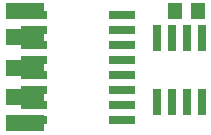
<source format=gbr>
%FSLAX34Y34*%
%MOMM*%
%LNSMDMASK_TOP*%
G71*
G01*
%ADD10R,0.700X2.200*%
%ADD11R,2.200X0.700*%
%ADD12R,1.300X1.400*%
%ADD13R,3.300X1.400*%
%LPD*%
X168859Y964100D02*
G54D10*
D03*
X156159Y964100D02*
G54D10*
D03*
X143459Y964100D02*
G54D10*
D03*
X130759Y964100D02*
G54D10*
D03*
X130759Y910100D02*
G54D10*
D03*
X143459Y910100D02*
G54D10*
D03*
X156159Y910100D02*
G54D10*
D03*
X168859Y910100D02*
G54D10*
D03*
X101000Y894834D02*
G54D11*
D03*
X101000Y907534D02*
G54D11*
D03*
X101000Y920234D02*
G54D11*
D03*
X101000Y932934D02*
G54D11*
D03*
X101000Y945634D02*
G54D11*
D03*
X101000Y958334D02*
G54D11*
D03*
X101000Y971034D02*
G54D11*
D03*
X101000Y983734D02*
G54D11*
D03*
X27000Y983734D02*
G54D11*
D03*
X27000Y971034D02*
G54D11*
D03*
X27000Y958334D02*
G54D11*
D03*
X27000Y945634D02*
G54D11*
D03*
X27000Y932934D02*
G54D11*
D03*
X27000Y920234D02*
G54D11*
D03*
X27000Y907534D02*
G54D11*
D03*
X27000Y894834D02*
G54D11*
D03*
X146520Y986859D02*
G54D12*
D03*
X165520Y986859D02*
G54D12*
D03*
X18726Y986864D02*
G54D13*
D03*
X18726Y938842D02*
G54D13*
D03*
X18726Y913839D02*
G54D13*
D03*
X18726Y891614D02*
G54D13*
D03*
X18726Y964639D02*
G54D13*
D03*
M02*

</source>
